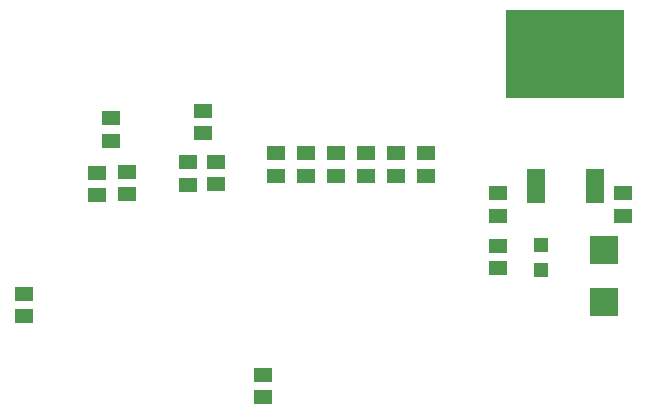
<source format=gtp>
G75*
G70*
%OFA0B0*%
%FSLAX24Y24*%
%IPPOS*%
%LPD*%
%AMOC8*
5,1,8,0,0,1.08239X$1,22.5*
%
%ADD10R,0.0591X0.0512*%
%ADD11R,0.0630X0.0512*%
%ADD12R,0.0472X0.0472*%
%ADD13R,0.3937X0.2953*%
%ADD14R,0.0591X0.1181*%
%ADD15R,0.0945X0.0945*%
D10*
X001431Y006244D03*
X001431Y006992D03*
X003861Y010273D03*
X003861Y011021D03*
X004865Y011045D03*
X004865Y010297D03*
X004323Y012087D03*
X004323Y012835D03*
X006890Y011373D03*
X006890Y010625D03*
X007824Y010630D03*
X007824Y011378D03*
X007375Y012332D03*
X007375Y013080D03*
X009819Y011662D03*
X009819Y010914D03*
X010819Y010914D03*
X010819Y011662D03*
X011819Y011662D03*
X011819Y010914D03*
X012819Y010914D03*
X012819Y011662D03*
X013819Y011662D03*
X013819Y010914D03*
X014819Y010914D03*
X014819Y011662D03*
X017219Y010340D03*
X017219Y009592D03*
X021379Y009592D03*
X021379Y010340D03*
X009389Y004279D03*
X009389Y003531D03*
D11*
X017219Y007832D03*
X017219Y008580D03*
D12*
X018659Y008619D03*
X018659Y007792D03*
D13*
X019459Y014991D03*
D14*
X018475Y010581D03*
X020443Y010581D03*
D15*
X020739Y008432D03*
X020739Y006700D03*
M02*

</source>
